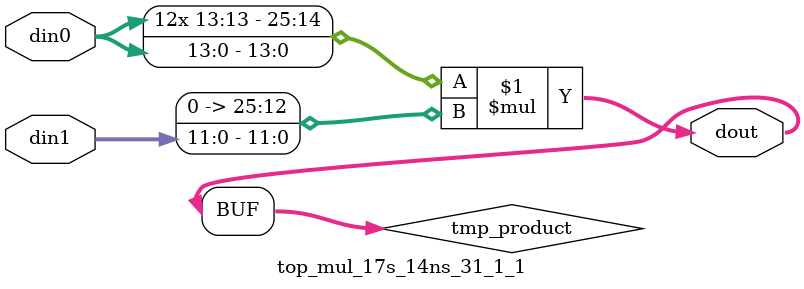
<source format=v>

`timescale 1 ns / 1 ps

 (* use_dsp = "no" *)  module top_mul_17s_14ns_31_1_1(din0, din1, dout);
parameter ID = 1;
parameter NUM_STAGE = 0;
parameter din0_WIDTH = 14;
parameter din1_WIDTH = 12;
parameter dout_WIDTH = 26;

input [din0_WIDTH - 1 : 0] din0; 
input [din1_WIDTH - 1 : 0] din1; 
output [dout_WIDTH - 1 : 0] dout;

wire signed [dout_WIDTH - 1 : 0] tmp_product;


























assign tmp_product = $signed(din0) * $signed({1'b0, din1});









assign dout = tmp_product;





















endmodule

</source>
